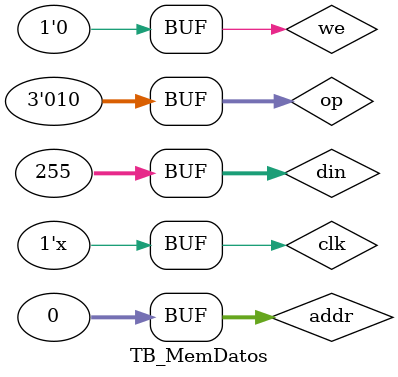
<source format=v>
`timescale 1ns / 1ps


module TB_MemDatos;

	// Inputs
	reg clk;
	reg we;
	reg [2:0] op;
	reg [31:0] addr;
	reg [31:0] din;

	// Outputs
	wire [31:0] dout;
	wire [255:0] mem;

	// Instantiate the Unit Under Test (UUT)
	MemDatos uut (
		.clk(clk), 
		.we(we), 
		.op(op), 
		.addr(addr), 
		.din(din), 
		.dout(dout), 
		.mem(mem)
	);

	initial begin
		// Initialize Inputs
		clk = 0;
		we = 0;
		op = 0;
		addr = 0;
		din = 0;

		// Wait 100 ns for global reset to finish
		#100;
        
		// Add stimulus here
		#10
		we=1;
		op=3'b100;
		din=255;
		#32
		we=0;
		#30
		op=3'b010;
		//op=3'b010;
		
		

	end
	always
	#10 clk=~clk;
      
endmodule


</source>
